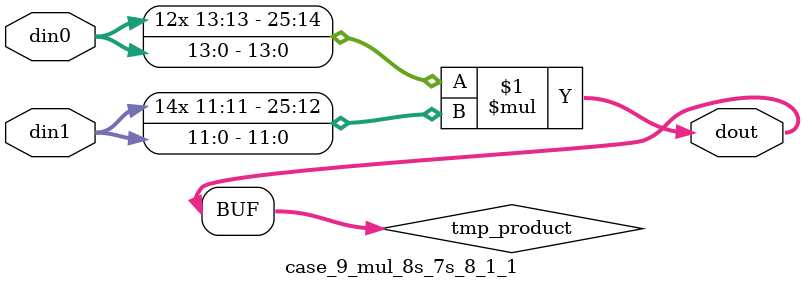
<source format=v>

`timescale 1 ns / 1 ps

 module case_9_mul_8s_7s_8_1_1(din0, din1, dout);
parameter ID = 1;
parameter NUM_STAGE = 0;
parameter din0_WIDTH = 14;
parameter din1_WIDTH = 12;
parameter dout_WIDTH = 26;

input [din0_WIDTH - 1 : 0] din0; 
input [din1_WIDTH - 1 : 0] din1; 
output [dout_WIDTH - 1 : 0] dout;

wire signed [dout_WIDTH - 1 : 0] tmp_product;



























assign tmp_product = $signed(din0) * $signed(din1);








assign dout = tmp_product;





















endmodule

</source>
